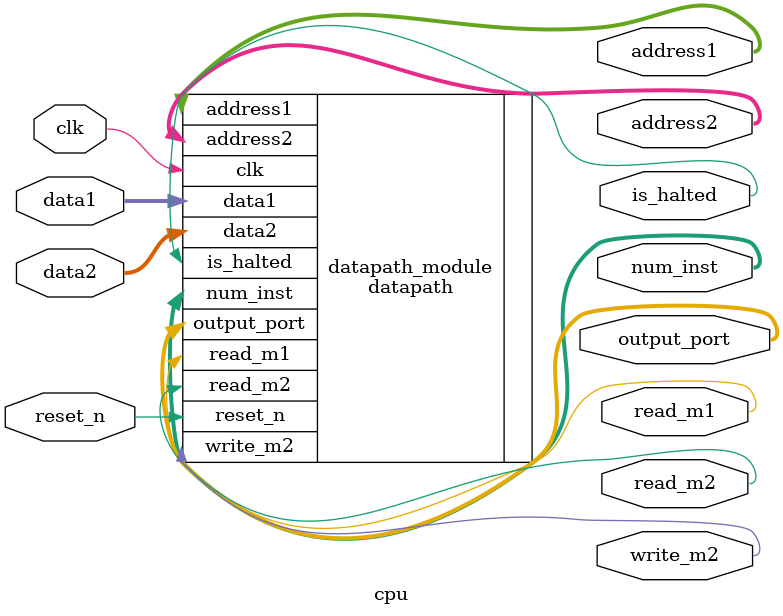
<source format=v>
`timescale 1ns/1ns
`define WORD_SIZE 16    // data and address word size

`include "datapath.v"

module cpu(clk, reset_n, read_m1, address1, data1, read_m2, write_m2, address2, data2, num_inst, output_port, is_halted);

	input clk;
	input reset_n;

	output read_m1;
	output [`WORD_SIZE-1:0] address1;
	output read_m2;
	output write_m2;
	output [`WORD_SIZE-1:0] address2;

	input [`WORD_SIZE-1:0] data1;
	inout [`WORD_SIZE-1:0] data2;

	output [`WORD_SIZE-1:0] num_inst;
	output [`WORD_SIZE-1:0] output_port;
	output is_halted;

	// TODO: pc input mux;
	// pc도 datapath 안에 있어야하나?

	datapath datapath_module(
	 	.clk(clk), 
	 	.reset_n(reset_n), 
		.read_m1(read_m1), 
	 	.address1(address1), 
	 	.data1(data1), 
	 	.read_m2(read_m2), 
	 	.write_m2(write_m2), 
	 	.address2(address2), 
	 	.data2(data2), 
	 	.num_inst(num_inst), 
	 	.output_port(output_port), 
	 	.is_halted(is_halted));
	
	

endmodule



</source>
